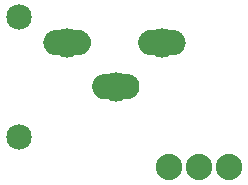
<source format=gts>
G04 MADE WITH FRITZING*
G04 WWW.FRITZING.ORG*
G04 DOUBLE SIDED*
G04 HOLES PLATED*
G04 CONTOUR ON CENTER OF CONTOUR VECTOR*
%ASAXBY*%
%FSLAX23Y23*%
%MOIN*%
%OFA0B0*%
%SFA1.0B1.0*%
%ADD10C,0.085000*%
%ADD11C,0.088000*%
%ADD12C,0.097244*%
%ADD13R,0.001000X0.001000*%
%LNMASK1*%
G90*
G70*
G54D10*
X79Y574D03*
X79Y174D03*
G54D11*
X779Y74D03*
X679Y74D03*
X579Y74D03*
G54D12*
X557Y490D03*
X404Y343D03*
X241Y490D03*
G54D13*
X197Y531D02*
X284Y531D01*
X513Y531D02*
X600Y531D01*
X193Y530D02*
X288Y530D01*
X508Y530D02*
X604Y530D01*
X190Y529D02*
X291Y529D01*
X505Y529D02*
X607Y529D01*
X187Y528D02*
X294Y528D01*
X503Y528D02*
X610Y528D01*
X185Y527D02*
X296Y527D01*
X501Y527D02*
X612Y527D01*
X183Y526D02*
X298Y526D01*
X499Y526D02*
X614Y526D01*
X182Y525D02*
X300Y525D01*
X497Y525D02*
X615Y525D01*
X180Y524D02*
X301Y524D01*
X496Y524D02*
X617Y524D01*
X179Y523D02*
X302Y523D01*
X494Y523D02*
X618Y523D01*
X177Y522D02*
X304Y522D01*
X493Y522D02*
X619Y522D01*
X176Y521D02*
X305Y521D01*
X492Y521D02*
X621Y521D01*
X175Y520D02*
X306Y520D01*
X491Y520D02*
X622Y520D01*
X174Y519D02*
X307Y519D01*
X490Y519D02*
X623Y519D01*
X173Y518D02*
X308Y518D01*
X489Y518D02*
X624Y518D01*
X172Y517D02*
X309Y517D01*
X488Y517D02*
X624Y517D01*
X171Y516D02*
X310Y516D01*
X487Y516D02*
X625Y516D01*
X171Y515D02*
X310Y515D01*
X486Y515D02*
X626Y515D01*
X170Y514D02*
X311Y514D01*
X486Y514D02*
X627Y514D01*
X169Y513D02*
X312Y513D01*
X485Y513D02*
X627Y513D01*
X169Y512D02*
X312Y512D01*
X484Y512D02*
X628Y512D01*
X168Y511D02*
X313Y511D01*
X484Y511D02*
X629Y511D01*
X167Y510D02*
X314Y510D01*
X483Y510D02*
X629Y510D01*
X167Y509D02*
X314Y509D01*
X483Y509D02*
X630Y509D01*
X166Y508D02*
X315Y508D01*
X482Y508D02*
X630Y508D01*
X166Y507D02*
X315Y507D01*
X482Y507D02*
X631Y507D01*
X166Y506D02*
X235Y506D01*
X246Y506D02*
X316Y506D01*
X481Y506D02*
X551Y506D01*
X561Y506D02*
X631Y506D01*
X165Y505D02*
X233Y505D01*
X248Y505D02*
X316Y505D01*
X481Y505D02*
X548Y505D01*
X564Y505D02*
X632Y505D01*
X165Y504D02*
X231Y504D01*
X250Y504D02*
X316Y504D01*
X480Y504D02*
X547Y504D01*
X566Y504D02*
X632Y504D01*
X164Y503D02*
X230Y503D01*
X252Y503D02*
X317Y503D01*
X480Y503D02*
X545Y503D01*
X567Y503D02*
X632Y503D01*
X164Y502D02*
X228Y502D01*
X253Y502D02*
X317Y502D01*
X480Y502D02*
X544Y502D01*
X568Y502D02*
X633Y502D01*
X164Y501D02*
X227Y501D01*
X254Y501D02*
X317Y501D01*
X479Y501D02*
X543Y501D01*
X569Y501D02*
X633Y501D01*
X164Y500D02*
X227Y500D01*
X255Y500D02*
X318Y500D01*
X479Y500D02*
X542Y500D01*
X570Y500D02*
X633Y500D01*
X163Y499D02*
X226Y499D01*
X255Y499D02*
X318Y499D01*
X479Y499D02*
X541Y499D01*
X571Y499D02*
X634Y499D01*
X163Y498D02*
X225Y498D01*
X256Y498D02*
X318Y498D01*
X479Y498D02*
X541Y498D01*
X572Y498D02*
X634Y498D01*
X163Y497D02*
X225Y497D01*
X256Y497D02*
X318Y497D01*
X478Y497D02*
X540Y497D01*
X572Y497D02*
X634Y497D01*
X163Y496D02*
X224Y496D01*
X257Y496D02*
X318Y496D01*
X478Y496D02*
X540Y496D01*
X573Y496D02*
X634Y496D01*
X163Y495D02*
X224Y495D01*
X257Y495D02*
X319Y495D01*
X478Y495D02*
X540Y495D01*
X573Y495D02*
X634Y495D01*
X162Y494D02*
X224Y494D01*
X258Y494D02*
X319Y494D01*
X478Y494D02*
X539Y494D01*
X573Y494D02*
X634Y494D01*
X162Y493D02*
X223Y493D01*
X258Y493D02*
X319Y493D01*
X478Y493D02*
X539Y493D01*
X573Y493D02*
X634Y493D01*
X162Y492D02*
X223Y492D01*
X258Y492D02*
X319Y492D01*
X478Y492D02*
X539Y492D01*
X573Y492D02*
X635Y492D01*
X162Y491D02*
X223Y491D01*
X258Y491D02*
X319Y491D01*
X478Y491D02*
X539Y491D01*
X574Y491D02*
X635Y491D01*
X162Y490D02*
X223Y490D01*
X258Y490D02*
X319Y490D01*
X478Y490D02*
X539Y490D01*
X574Y490D02*
X635Y490D01*
X162Y489D02*
X223Y489D01*
X258Y489D02*
X319Y489D01*
X478Y489D02*
X539Y489D01*
X574Y489D02*
X635Y489D01*
X162Y488D02*
X223Y488D01*
X258Y488D02*
X319Y488D01*
X478Y488D02*
X539Y488D01*
X574Y488D02*
X635Y488D01*
X162Y487D02*
X223Y487D01*
X258Y487D02*
X319Y487D01*
X478Y487D02*
X539Y487D01*
X573Y487D02*
X635Y487D01*
X162Y486D02*
X223Y486D01*
X258Y486D02*
X319Y486D01*
X478Y486D02*
X539Y486D01*
X573Y486D02*
X634Y486D01*
X162Y485D02*
X224Y485D01*
X257Y485D02*
X319Y485D01*
X478Y485D02*
X539Y485D01*
X573Y485D02*
X634Y485D01*
X163Y484D02*
X224Y484D01*
X257Y484D02*
X319Y484D01*
X478Y484D02*
X540Y484D01*
X573Y484D02*
X634Y484D01*
X163Y483D02*
X224Y483D01*
X257Y483D02*
X318Y483D01*
X478Y483D02*
X540Y483D01*
X572Y483D02*
X634Y483D01*
X163Y482D02*
X225Y482D01*
X256Y482D02*
X318Y482D01*
X479Y482D02*
X541Y482D01*
X572Y482D02*
X634Y482D01*
X163Y481D02*
X225Y481D01*
X256Y481D02*
X318Y481D01*
X479Y481D02*
X541Y481D01*
X571Y481D02*
X634Y481D01*
X163Y480D02*
X226Y480D01*
X255Y480D02*
X318Y480D01*
X479Y480D02*
X542Y480D01*
X571Y480D02*
X633Y480D01*
X164Y479D02*
X227Y479D01*
X254Y479D02*
X318Y479D01*
X479Y479D02*
X543Y479D01*
X570Y479D02*
X633Y479D01*
X164Y478D02*
X228Y478D01*
X253Y478D02*
X317Y478D01*
X480Y478D02*
X543Y478D01*
X569Y478D02*
X633Y478D01*
X164Y477D02*
X229Y477D01*
X252Y477D02*
X317Y477D01*
X480Y477D02*
X544Y477D01*
X568Y477D02*
X633Y477D01*
X165Y476D02*
X230Y476D01*
X251Y476D02*
X317Y476D01*
X480Y476D02*
X546Y476D01*
X567Y476D02*
X632Y476D01*
X165Y475D02*
X232Y475D01*
X250Y475D02*
X316Y475D01*
X481Y475D02*
X547Y475D01*
X565Y475D02*
X632Y475D01*
X165Y474D02*
X233Y474D01*
X248Y474D02*
X316Y474D01*
X481Y474D02*
X549Y474D01*
X563Y474D02*
X631Y474D01*
X166Y473D02*
X237Y473D01*
X244Y473D02*
X315Y473D01*
X481Y473D02*
X552Y473D01*
X560Y473D02*
X631Y473D01*
X166Y472D02*
X315Y472D01*
X482Y472D02*
X631Y472D01*
X167Y471D02*
X314Y471D01*
X482Y471D02*
X630Y471D01*
X167Y470D02*
X314Y470D01*
X483Y470D02*
X630Y470D01*
X168Y469D02*
X313Y469D01*
X483Y469D02*
X629Y469D01*
X168Y468D02*
X313Y468D01*
X484Y468D02*
X628Y468D01*
X169Y467D02*
X312Y467D01*
X485Y467D02*
X628Y467D01*
X170Y466D02*
X312Y466D01*
X485Y466D02*
X627Y466D01*
X170Y465D02*
X311Y465D01*
X486Y465D02*
X627Y465D01*
X171Y464D02*
X310Y464D01*
X487Y464D02*
X626Y464D01*
X172Y463D02*
X309Y463D01*
X487Y463D02*
X625Y463D01*
X173Y462D02*
X309Y462D01*
X488Y462D02*
X624Y462D01*
X174Y461D02*
X308Y461D01*
X489Y461D02*
X623Y461D01*
X174Y460D02*
X307Y460D01*
X490Y460D02*
X622Y460D01*
X176Y459D02*
X306Y459D01*
X491Y459D02*
X621Y459D01*
X177Y458D02*
X305Y458D01*
X492Y458D02*
X620Y458D01*
X178Y457D02*
X303Y457D01*
X493Y457D02*
X619Y457D01*
X179Y456D02*
X302Y456D01*
X495Y456D02*
X618Y456D01*
X181Y455D02*
X301Y455D01*
X496Y455D02*
X616Y455D01*
X182Y454D02*
X299Y454D01*
X498Y454D02*
X615Y454D01*
X184Y453D02*
X297Y453D01*
X500Y453D02*
X613Y453D01*
X186Y452D02*
X295Y452D01*
X502Y452D02*
X611Y452D01*
X188Y451D02*
X293Y451D01*
X504Y451D02*
X609Y451D01*
X191Y450D02*
X290Y450D01*
X506Y450D02*
X606Y450D01*
X194Y449D02*
X287Y449D01*
X510Y449D02*
X603Y449D01*
X199Y448D02*
X282Y448D01*
X515Y448D02*
X597Y448D01*
X362Y385D02*
X444Y385D01*
X357Y384D02*
X449Y384D01*
X353Y383D02*
X452Y383D01*
X350Y382D02*
X455Y382D01*
X348Y381D02*
X457Y381D01*
X346Y380D02*
X459Y380D01*
X345Y379D02*
X461Y379D01*
X343Y378D02*
X463Y378D01*
X342Y377D02*
X464Y377D01*
X340Y376D02*
X465Y376D01*
X339Y375D02*
X467Y375D01*
X338Y374D02*
X468Y374D01*
X337Y373D02*
X469Y373D01*
X336Y372D02*
X470Y372D01*
X335Y371D02*
X471Y371D01*
X334Y370D02*
X472Y370D01*
X333Y369D02*
X472Y369D01*
X333Y368D02*
X473Y368D01*
X332Y367D02*
X474Y367D01*
X331Y366D02*
X474Y366D01*
X331Y365D02*
X475Y365D01*
X330Y364D02*
X476Y364D01*
X329Y363D02*
X476Y363D01*
X329Y362D02*
X477Y362D01*
X328Y361D02*
X477Y361D01*
X328Y360D02*
X400Y360D01*
X406Y360D02*
X478Y360D01*
X328Y359D02*
X396Y359D01*
X410Y359D02*
X478Y359D01*
X327Y358D02*
X394Y358D01*
X412Y358D02*
X478Y358D01*
X327Y357D02*
X392Y357D01*
X413Y357D02*
X479Y357D01*
X326Y356D02*
X391Y356D01*
X415Y356D02*
X479Y356D01*
X326Y355D02*
X390Y355D01*
X416Y355D02*
X480Y355D01*
X326Y354D02*
X389Y354D01*
X416Y354D02*
X480Y354D01*
X326Y353D02*
X388Y353D01*
X417Y353D02*
X480Y353D01*
X325Y352D02*
X388Y352D01*
X418Y352D02*
X480Y352D01*
X325Y351D02*
X387Y351D01*
X418Y351D02*
X480Y351D01*
X325Y350D02*
X387Y350D01*
X419Y350D02*
X481Y350D01*
X325Y349D02*
X386Y349D01*
X419Y349D02*
X481Y349D01*
X325Y348D02*
X386Y348D01*
X420Y348D02*
X481Y348D01*
X325Y347D02*
X386Y347D01*
X420Y347D02*
X481Y347D01*
X325Y346D02*
X386Y346D01*
X420Y346D02*
X481Y346D01*
X324Y345D02*
X386Y345D01*
X420Y345D02*
X481Y345D01*
X324Y344D02*
X385Y344D01*
X420Y344D02*
X481Y344D01*
X324Y343D02*
X385Y343D01*
X420Y343D02*
X481Y343D01*
X324Y342D02*
X385Y342D01*
X420Y342D02*
X481Y342D01*
X325Y341D02*
X386Y341D01*
X420Y341D02*
X481Y341D01*
X325Y340D02*
X386Y340D01*
X420Y340D02*
X481Y340D01*
X325Y339D02*
X386Y339D01*
X420Y339D02*
X481Y339D01*
X325Y338D02*
X386Y338D01*
X419Y338D02*
X481Y338D01*
X325Y337D02*
X386Y337D01*
X419Y337D02*
X481Y337D01*
X325Y336D02*
X387Y336D01*
X419Y336D02*
X481Y336D01*
X325Y335D02*
X388Y335D01*
X418Y335D02*
X480Y335D01*
X326Y334D02*
X388Y334D01*
X418Y334D02*
X480Y334D01*
X326Y333D02*
X389Y333D01*
X417Y333D02*
X480Y333D01*
X326Y332D02*
X390Y332D01*
X416Y332D02*
X480Y332D01*
X326Y331D02*
X391Y331D01*
X415Y331D02*
X479Y331D01*
X327Y330D02*
X392Y330D01*
X414Y330D02*
X479Y330D01*
X327Y329D02*
X393Y329D01*
X413Y329D02*
X479Y329D01*
X327Y328D02*
X395Y328D01*
X411Y328D02*
X478Y328D01*
X328Y327D02*
X397Y327D01*
X408Y327D02*
X478Y327D01*
X328Y326D02*
X477Y326D01*
X329Y325D02*
X477Y325D01*
X329Y324D02*
X476Y324D01*
X330Y323D02*
X476Y323D01*
X330Y322D02*
X475Y322D01*
X331Y321D02*
X475Y321D01*
X332Y320D02*
X474Y320D01*
X332Y319D02*
X473Y319D01*
X333Y318D02*
X473Y318D01*
X334Y317D02*
X472Y317D01*
X335Y316D02*
X471Y316D01*
X335Y315D02*
X470Y315D01*
X336Y314D02*
X469Y314D01*
X337Y313D02*
X468Y313D01*
X338Y312D02*
X467Y312D01*
X340Y311D02*
X466Y311D01*
X341Y310D02*
X465Y310D01*
X342Y309D02*
X463Y309D01*
X344Y308D02*
X462Y308D01*
X345Y307D02*
X460Y307D01*
X347Y306D02*
X458Y306D01*
X349Y305D02*
X456Y305D01*
X352Y304D02*
X454Y304D01*
X355Y303D02*
X451Y303D01*
X359Y302D02*
X447Y302D01*
D02*
G04 End of Mask1*
M02*
</source>
